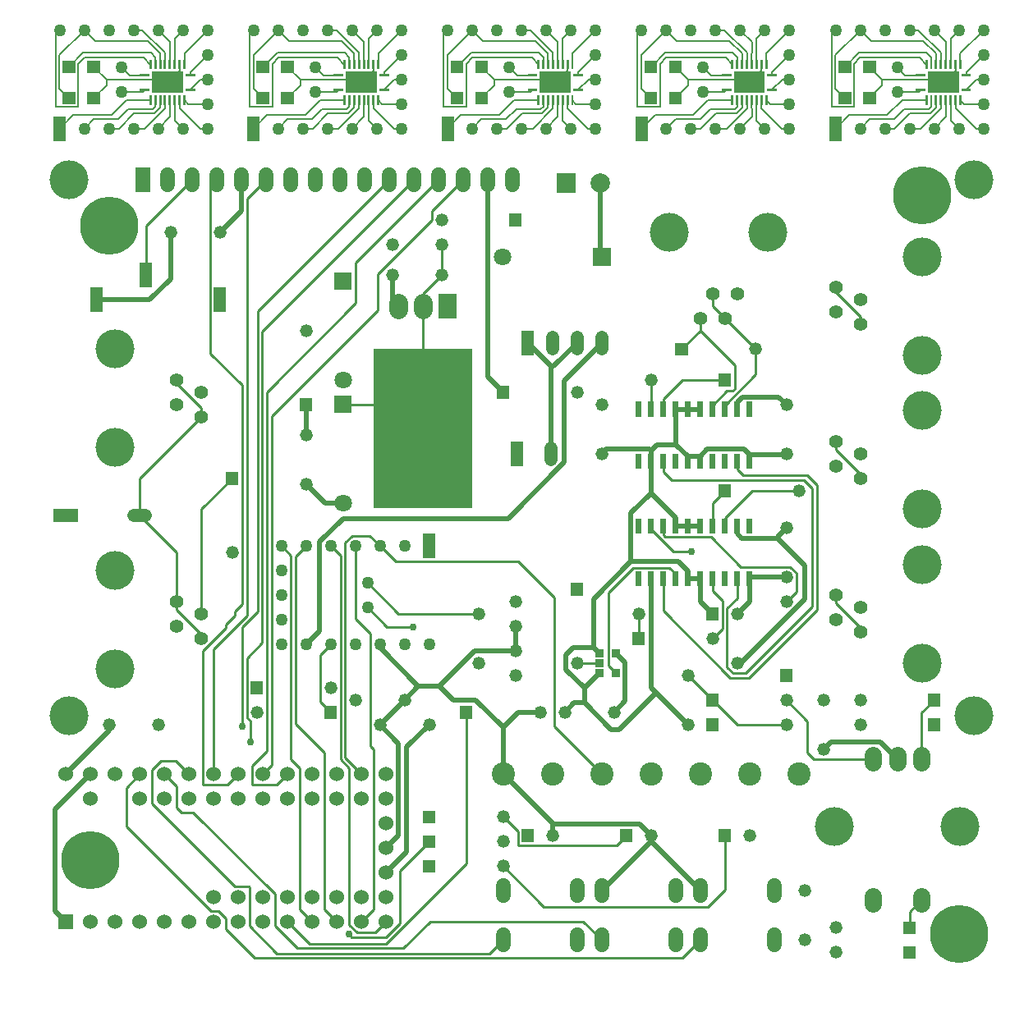
<source format=gtl>
%FSLAX24Y24*%
%MOIN*%
%ADD10C,0.0080*%
%ADD11C,0.0090*%
%ADD12C,0.0200*%
%ADD13C,0.0300*%
%ADD14C,0.0500*%
%ADD15C,0.0520*%
%ADD16C,0.0551*%
%ADD17C,0.0591*%
%ADD18C,0.0600*%
%ADD19C,0.0700*%
%ADD20C,0.0709*%
%ADD21C,0.0750*%
%ADD22C,0.0787*%
%ADD23C,0.0945*%
%ADD24C,0.1575*%
%ADD25C,0.2362*%
D10*
G01X1375Y35708D02*
X994Y36089D01*
X994Y37452D01*
X2000Y38458D01*
X5080Y37061D02*
X5080Y37509D01*
X4565Y38024D01*
X2434Y38024D01*
X2000Y38458D01*
X7000Y37458D02*
X6300Y36758D01*
X6300Y36628D01*
X4686Y35604D02*
X3705Y35604D01*
X3099Y34998D01*
X1540Y34998D01*
X1000Y34458D01*
X2897Y36436D02*
X2375Y36958D01*
X5375Y36436D02*
X2897Y36436D01*
X2897Y36230D01*
X2375Y35708D01*
X5867Y37061D02*
X5867Y36825D01*
X5478Y36436D01*
X5375Y36436D01*
X5375Y36333D02*
X5375Y36436D01*
X2000Y34458D02*
X2379Y34837D01*
X3379Y34837D01*
X3781Y35239D01*
X4776Y35239D01*
X4883Y35346D01*
X4883Y35604D01*
X5000Y34458D02*
X5474Y34931D01*
X5473Y35604D01*
X5000Y38458D02*
X5474Y37984D01*
X5473Y37061D01*
X7000Y38458D02*
X6064Y37522D01*
X6064Y37061D01*
X4000Y34458D02*
X4450Y34458D01*
X5277Y35284D01*
X5277Y35604D01*
X1000Y38458D02*
X833Y38291D01*
X833Y35359D01*
X856Y35337D01*
X1733Y35337D01*
X1756Y35359D01*
X1756Y37094D01*
X1996Y37333D01*
X4414Y37333D01*
X4686Y37061D01*
X3000Y34458D02*
X3398Y34458D01*
X4019Y35078D01*
X4843Y35078D01*
X5080Y35315D01*
X5080Y35604D01*
X6000Y34458D02*
X5670Y34787D01*
X5670Y35604D01*
X3500Y35958D02*
X4370Y35958D01*
X4450Y36037D01*
X5277Y37061D02*
X5277Y37540D01*
X4359Y38458D01*
X4000Y38458D01*
X6000Y38458D02*
X5670Y38128D01*
X5670Y37061D01*
X4883Y37061D02*
X4883Y37356D01*
X4699Y37540D01*
X1957Y37540D01*
X1375Y36958D01*
X7000Y35458D02*
X6211Y35458D01*
X6064Y35604D01*
X3500Y36958D02*
X3830Y36628D01*
X4450Y36628D01*
X7000Y34458D02*
X6701Y34458D01*
X5867Y35291D01*
X5867Y35604D01*
X7000Y36458D02*
X7000Y36458D01*
X6720Y36457D01*
X6300Y36037D01*
X9249Y35708D02*
X8868Y36089D01*
X8868Y37452D01*
X9874Y38458D01*
X12954Y37061D02*
X12954Y37509D01*
X12439Y38024D01*
X10308Y38024D01*
X9874Y38458D01*
X14874Y37458D02*
X14174Y36758D01*
X14174Y36628D01*
X12560Y35604D02*
X11579Y35604D01*
X10973Y34998D01*
X9414Y34998D01*
X8874Y34458D01*
X10771Y36436D02*
X10249Y36958D01*
X13249Y36436D02*
X10771Y36436D01*
X10771Y36230D01*
X10249Y35708D01*
X13741Y37061D02*
X13741Y36825D01*
X13352Y36436D01*
X13249Y36436D01*
X13249Y36333D02*
X13249Y36436D01*
X9874Y34458D02*
X10253Y34837D01*
X11253Y34837D01*
X11656Y35239D01*
X12650Y35239D01*
X12757Y35346D01*
X12757Y35604D01*
X12874Y34458D02*
X13348Y34931D01*
X13347Y35604D01*
X12874Y38458D02*
X13348Y37984D01*
X13347Y37061D01*
X14874Y38458D02*
X13938Y37522D01*
X13938Y37061D01*
X11874Y34458D02*
X12324Y34458D01*
X13151Y35284D01*
X13151Y35604D01*
X8874Y38458D02*
X8707Y38291D01*
X8707Y35359D01*
X8730Y35337D01*
X9607Y35337D01*
X9630Y35359D01*
X9630Y37094D01*
X9870Y37333D01*
X12288Y37333D01*
X12560Y37061D01*
X10874Y34458D02*
X11272Y34458D01*
X11893Y35078D01*
X12717Y35078D01*
X12954Y35315D01*
X12954Y35604D01*
X13874Y34458D02*
X13544Y34787D01*
X13544Y35604D01*
X11374Y35958D02*
X12244Y35958D01*
X12324Y36037D01*
X13151Y37061D02*
X13151Y37540D01*
X12233Y38458D01*
X11874Y38458D01*
X13874Y38458D02*
X13544Y38128D01*
X13544Y37061D01*
X12757Y37061D02*
X12757Y37356D01*
X12573Y37540D01*
X9831Y37540D01*
X9249Y36958D01*
X14874Y35458D02*
X14085Y35458D01*
X13938Y35604D01*
X11374Y36958D02*
X11704Y36628D01*
X12324Y36628D01*
X14874Y34458D02*
X14575Y34458D01*
X13741Y35291D01*
X13741Y35604D01*
X14874Y36458D02*
X14874Y36458D01*
X14594Y36457D01*
X14174Y36037D01*
X17123Y35708D02*
X16742Y36089D01*
X16742Y37452D01*
X17748Y38458D01*
X20828Y37061D02*
X20828Y37509D01*
X20313Y38024D01*
X18182Y38024D01*
X17748Y38458D01*
X22748Y37458D02*
X22048Y36758D01*
X22048Y36628D01*
X20434Y35604D02*
X19453Y35604D01*
X18847Y34998D01*
X17288Y34998D01*
X16748Y34458D01*
X18645Y36436D02*
X18123Y36958D01*
X21123Y36436D02*
X18645Y36436D01*
X18645Y36230D01*
X18123Y35708D01*
X21615Y37061D02*
X21615Y36825D01*
X21226Y36436D01*
X21123Y36436D01*
X21123Y36333D02*
X21123Y36436D01*
X17748Y34458D02*
X18127Y34837D01*
X19127Y34837D01*
X19530Y35239D01*
X20524Y35239D01*
X20631Y35346D01*
X20631Y35604D01*
X20748Y34458D02*
X21222Y34931D01*
X21221Y35604D01*
X20748Y38458D02*
X21222Y37984D01*
X21221Y37061D01*
X22748Y38458D02*
X21812Y37522D01*
X21812Y37061D01*
X19748Y34458D02*
X20198Y34458D01*
X21025Y35284D01*
X21025Y35604D01*
X16748Y38458D02*
X16581Y38291D01*
X16581Y35359D01*
X16604Y35337D01*
X17481Y35337D01*
X17504Y35359D01*
X17504Y37094D01*
X17744Y37333D01*
X20162Y37333D01*
X20434Y37061D01*
X18748Y34458D02*
X19146Y34458D01*
X19767Y35078D01*
X20591Y35078D01*
X20828Y35315D01*
X20828Y35604D01*
X21748Y34458D02*
X21419Y34787D01*
X21418Y35604D01*
X19248Y35958D02*
X20119Y35958D01*
X20198Y36037D01*
X21025Y37061D02*
X21025Y37540D01*
X20107Y38458D01*
X19748Y38458D01*
X21748Y38458D02*
X21419Y38128D01*
X21418Y37061D01*
X20631Y37061D02*
X20631Y37356D01*
X20447Y37540D01*
X17706Y37540D01*
X17123Y36958D01*
X22748Y35458D02*
X21959Y35458D01*
X21812Y35604D01*
X19248Y36958D02*
X19578Y36628D01*
X20198Y36628D01*
X22748Y34458D02*
X22449Y34458D01*
X21615Y35291D01*
X21615Y35604D01*
X22748Y36458D02*
X22748Y36458D01*
X22469Y36457D01*
X22048Y36037D01*
X24997Y35708D02*
X24616Y36089D01*
X24616Y37452D01*
X25622Y38458D01*
X28702Y37061D02*
X28702Y37509D01*
X28187Y38024D01*
X26056Y38024D01*
X25622Y38458D01*
X30622Y37458D02*
X29922Y36758D01*
X29922Y36628D01*
X28308Y35604D02*
X27327Y35604D01*
X26721Y34998D01*
X25162Y34998D01*
X24622Y34458D01*
X26519Y36436D02*
X25997Y36958D01*
X28997Y36436D02*
X26519Y36436D01*
X26519Y36230D01*
X25997Y35708D01*
X29489Y37061D02*
X29489Y36825D01*
X29100Y36436D01*
X28997Y36436D01*
X28997Y36333D02*
X28997Y36436D01*
X25622Y34458D02*
X26001Y34837D01*
X27001Y34837D01*
X27404Y35239D01*
X28398Y35239D01*
X28505Y35346D01*
X28505Y35604D01*
X28622Y34458D02*
X29096Y34931D01*
X29095Y35604D01*
X28622Y38458D02*
X29096Y37984D01*
X29095Y37061D01*
X30622Y38458D02*
X29686Y37522D01*
X29686Y37061D01*
X27622Y34458D02*
X28072Y34458D01*
X28899Y35284D01*
X28899Y35604D01*
X24622Y38458D02*
X24455Y38291D01*
X24455Y35359D01*
X24478Y35337D01*
X25356Y35337D01*
X25378Y35359D01*
X25378Y37094D01*
X25618Y37333D01*
X28036Y37333D01*
X28308Y37061D01*
X26622Y34458D02*
X27020Y34458D01*
X27641Y35078D01*
X28465Y35078D01*
X28702Y35315D01*
X28702Y35604D01*
X29622Y34458D02*
X29293Y34787D01*
X29292Y35604D01*
X27122Y35958D02*
X27993Y35958D01*
X28072Y36037D01*
X28899Y37061D02*
X28899Y37540D01*
X27981Y38458D01*
X27622Y38458D01*
X29622Y38458D02*
X29293Y38128D01*
X29292Y37061D01*
X28505Y37061D02*
X28505Y37356D01*
X28321Y37540D01*
X25580Y37540D01*
X24997Y36958D01*
X30622Y35458D02*
X29833Y35458D01*
X29686Y35604D01*
X27122Y36958D02*
X27452Y36628D01*
X28072Y36628D01*
X30622Y34458D02*
X30323Y34458D01*
X29489Y35291D01*
X29489Y35604D01*
X30622Y36458D02*
X30622Y36458D01*
X30343Y36457D01*
X29922Y36037D01*
X32871Y35708D02*
X32490Y36089D01*
X32490Y37452D01*
X33496Y38458D01*
X36576Y37061D02*
X36576Y37509D01*
X36061Y38024D01*
X33930Y38024D01*
X33496Y38458D01*
X38496Y37458D02*
X37796Y36758D01*
X37796Y36628D01*
X36182Y35604D02*
X35201Y35604D01*
X34595Y34998D01*
X33036Y34998D01*
X32496Y34458D01*
X34393Y36436D02*
X33871Y36958D01*
X36871Y36436D02*
X34393Y36436D01*
X34393Y36230D01*
X33871Y35708D01*
X37363Y37061D02*
X37363Y36825D01*
X36974Y36436D01*
X36871Y36436D01*
X36871Y36333D02*
X36871Y36436D01*
X33496Y34458D02*
X33875Y34837D01*
X34875Y34837D01*
X35278Y35239D01*
X36272Y35239D01*
X36379Y35346D01*
X36379Y35604D01*
X36496Y34458D02*
X36970Y34931D01*
X36969Y35604D01*
X36496Y38458D02*
X36970Y37984D01*
X36969Y37061D01*
X38496Y38458D02*
X37560Y37522D01*
X37560Y37061D01*
X35496Y34458D02*
X35946Y34458D01*
X36773Y35284D01*
X36773Y35604D01*
X32496Y38458D02*
X32329Y38291D01*
X32329Y35359D01*
X32352Y35337D01*
X33230Y35337D01*
X33252Y35359D01*
X33252Y37094D01*
X33492Y37333D01*
X35910Y37333D01*
X36182Y37061D01*
X34496Y34458D02*
X34894Y34458D01*
X35515Y35078D01*
X36339Y35078D01*
X36576Y35315D01*
X36576Y35604D01*
X37496Y34458D02*
X37167Y34787D01*
X37166Y35604D01*
X34996Y35958D02*
X35867Y35958D01*
X35946Y36037D01*
X36773Y37061D02*
X36773Y37540D01*
X35855Y38458D01*
X35496Y38458D01*
X37496Y38458D02*
X37167Y38128D01*
X37166Y37061D01*
X36379Y37061D02*
X36379Y37356D01*
X36195Y37540D01*
X33454Y37540D01*
X32871Y36958D01*
X38496Y35458D02*
X37707Y35458D01*
X37560Y35604D01*
X34996Y36958D02*
X35326Y36628D01*
X35946Y36628D01*
X38496Y34458D02*
X38197Y34458D01*
X37363Y35291D01*
X37363Y35604D01*
X38496Y36458D02*
X38496Y36458D01*
X38217Y36457D01*
X37796Y36037D01*
D11*
G01X18000Y14750D02*
X14750Y14750D01*
X13500Y16000D01*
X14250Y2250D02*
X13800Y1800D01*
X13072Y1800D01*
X12750Y2122D01*
X12750Y2122D01*
X12750Y8494D01*
X12396Y8848D01*
X12396Y17104D01*
X12000Y17500D01*
X27000Y26250D02*
X27000Y26750D01*
X26250Y25500D02*
X27000Y26250D01*
X27500Y23063D02*
X27500Y23219D01*
X28084Y23803D01*
X28319Y23803D01*
X28396Y23880D01*
X28396Y24854D01*
X27000Y26250D01*
X25000Y23063D02*
X25000Y24250D01*
X35984Y3146D02*
X35500Y2661D01*
X35500Y2000D01*
X30500Y11250D02*
X31354Y10396D01*
X31354Y9108D01*
X31608Y8854D01*
X34016Y8854D01*
X10000Y17500D02*
X10386Y17114D01*
X10386Y8858D01*
X10750Y8494D01*
X10750Y2750D01*
X11250Y2250D01*
X13000Y17500D02*
X13000Y14561D01*
X13604Y13957D01*
X13604Y9391D01*
X13750Y9244D01*
X13750Y2750D01*
X13250Y2250D01*
X27500Y11250D02*
X28500Y10250D01*
X30500Y10250D01*
X26500Y12250D02*
X27500Y11250D01*
X32500Y15500D02*
X32500Y15176D01*
X33500Y14176D01*
X33500Y14000D01*
X25500Y18313D02*
X25500Y17954D01*
X25582Y17872D01*
X27441Y17872D01*
X28658Y16655D01*
X30660Y16655D01*
X30899Y16417D01*
X30899Y15649D01*
X30500Y15250D01*
X25000Y18313D02*
X25000Y18194D01*
X25906Y17288D01*
X26641Y17288D01*
X19000Y1500D02*
X18447Y947D01*
X9823Y947D01*
X8703Y2067D01*
X8703Y3661D01*
X8677Y3686D01*
X8110Y3686D01*
X4750Y7046D01*
X4750Y8423D01*
X5122Y8795D01*
X5705Y8795D01*
X6250Y8250D01*
X19000Y4500D02*
X20639Y2861D01*
X27312Y2861D01*
X28000Y3548D01*
X28000Y5750D01*
X32500Y21750D02*
X32500Y21426D01*
X33500Y20426D01*
X33500Y20250D01*
X27500Y18313D02*
X27500Y19250D01*
X28000Y19750D01*
X4250Y8250D02*
X3696Y7696D01*
X3696Y6127D01*
X7137Y2686D01*
X7430Y2686D01*
X7750Y2367D01*
X7750Y1943D01*
X8927Y766D01*
X26266Y766D01*
X27000Y1500D01*
X6750Y13750D02*
X6750Y13926D01*
X5750Y14926D01*
X5750Y15250D01*
X5750Y17250D01*
X4250Y18750D01*
X5750Y24250D02*
X5750Y24108D01*
X6750Y23108D01*
X6750Y22750D01*
X4250Y20250D01*
X4250Y18750D01*
X15375Y32375D02*
X9214Y26214D01*
X9214Y13570D01*
X8604Y12960D01*
X8604Y10539D01*
X8758Y10386D01*
X8758Y9552D01*
X19000Y6500D02*
X19601Y5899D01*
X19601Y5380D01*
X19626Y5354D01*
X23604Y5354D01*
X24000Y5750D01*
X27500Y13750D02*
X27896Y14146D01*
X27896Y15291D01*
X27500Y15687D01*
X27500Y16187D01*
X7375Y32375D02*
X7104Y32104D01*
X7104Y25324D01*
X8396Y24032D01*
X8396Y15134D01*
X8112Y14850D01*
X8112Y14691D01*
X7748Y14327D01*
X7748Y14166D01*
X6814Y13231D01*
X6814Y7827D01*
X6839Y7801D01*
X7801Y7801D01*
X8250Y8250D01*
X23000Y8250D02*
X21083Y10167D01*
X21083Y15397D01*
X19616Y16864D01*
X14636Y16864D01*
X14000Y17500D01*
X13578Y17922D01*
X12876Y17922D01*
X12595Y17641D01*
X12595Y8905D01*
X13250Y8250D01*
X25500Y20937D02*
X25500Y20521D01*
X25831Y20190D01*
X31209Y20190D01*
X31551Y19848D01*
X31551Y15059D01*
X28833Y12341D01*
X28344Y12341D01*
X28091Y12594D01*
X28091Y14982D01*
X28500Y15392D01*
X28500Y16187D01*
X27500Y27750D02*
X27500Y27250D01*
X28000Y26750D01*
X29250Y25500D02*
X29250Y24478D01*
X28000Y23228D01*
X28000Y23063D01*
X29250Y25500D02*
X28000Y26750D01*
X16000Y5500D02*
X14800Y4300D01*
X14800Y2166D01*
X14254Y1619D01*
X12848Y1619D01*
X12734Y1734D01*
X12000Y10750D02*
X11577Y11173D01*
X11577Y13077D01*
X12000Y13500D01*
X17500Y10750D02*
X17500Y4609D01*
X14239Y1348D01*
X11152Y1348D01*
X10250Y2250D01*
X23585Y12350D02*
X23274Y12661D01*
X23274Y15624D01*
X24278Y16628D01*
X25754Y16628D01*
X26000Y16383D01*
X26000Y16187D01*
X6750Y14750D02*
X6750Y19000D01*
X8000Y20250D01*
X23000Y1500D02*
X22250Y2250D01*
X16035Y2250D01*
X14952Y1167D01*
X10649Y1167D01*
X9750Y2066D01*
X9750Y3370D01*
X6426Y6694D01*
X5952Y6694D01*
X5750Y6895D01*
X5750Y7750D01*
X5250Y8250D01*
X25500Y16187D02*
X25500Y14871D01*
X28211Y12160D01*
X28989Y12160D01*
X31732Y14903D01*
X31732Y19992D01*
X31353Y20371D01*
X28746Y20371D01*
X28500Y20617D01*
X28500Y20937D01*
X16375Y32375D02*
X13019Y29019D01*
X13019Y27369D01*
X9411Y23761D01*
X9411Y9179D01*
X8801Y8569D01*
X8801Y7839D01*
X8827Y7814D01*
X9814Y7814D01*
X10250Y8250D01*
X6375Y32375D02*
X4500Y30500D01*
X4500Y28500D01*
X24500Y14750D02*
X24500Y13750D01*
X25500Y23063D02*
X25500Y23479D01*
X26271Y24250D01*
X28000Y24250D01*
X33500Y26500D02*
X33500Y26824D01*
X32500Y27824D01*
X32500Y28000D01*
X17375Y32375D02*
X16104Y31104D01*
X16104Y30744D01*
X13914Y28554D01*
X13914Y27069D01*
X9614Y22769D01*
X9614Y8614D01*
X9250Y8250D01*
X28000Y18313D02*
X28000Y18654D01*
X29096Y19750D01*
X31000Y19750D01*
X9375Y32375D02*
X8620Y31620D01*
X8620Y14688D01*
X7250Y13318D01*
X7250Y8250D01*
X15356Y14228D02*
X14272Y14228D01*
X13500Y15000D01*
X36500Y11250D02*
X35984Y10734D01*
X35984Y8854D01*
X14375Y32375D02*
X9033Y27033D01*
X9033Y14844D01*
X8409Y14220D01*
X8409Y10194D01*
X8427Y10176D01*
X11000Y17500D02*
X10567Y17067D01*
X10567Y10296D01*
X11750Y9113D01*
X11750Y2750D01*
X12250Y2250D01*
X22000Y12750D02*
X22915Y12750D01*
X15750Y27250D02*
X15750Y27750D01*
X16500Y28500D01*
X16500Y29750D01*
X15750Y20250D02*
X15750Y23250D01*
X12500Y23262D01*
X15750Y23250D02*
X15750Y27250D01*
D12*
G01X12500Y19237D02*
X11763Y19237D01*
X11000Y20000D01*
X28500Y14750D02*
X29000Y15250D01*
X29000Y16187D01*
X27000Y16187D02*
X27000Y15250D01*
X27500Y14750D01*
X27000Y16187D02*
X26500Y16187D01*
X26000Y18313D02*
X26500Y18313D01*
X25000Y19648D02*
X26000Y18648D01*
X26000Y18313D01*
X21000Y6201D02*
X21000Y5750D01*
X19000Y8250D02*
X21000Y6250D01*
X21000Y6201D01*
X25000Y5750D02*
X24549Y6201D01*
X21000Y6201D01*
X25000Y5500D02*
X25000Y5750D01*
X22299Y11134D02*
X22299Y11734D01*
X25205Y11545D02*
X23712Y10053D01*
X23380Y10053D01*
X22299Y11134D01*
X21500Y10750D02*
X21884Y11134D01*
X22299Y11134D01*
X26500Y10250D02*
X25205Y11545D01*
X25000Y11750D01*
X25000Y16187D01*
X19000Y10144D02*
X19000Y8250D01*
X15560Y11810D02*
X15000Y11250D01*
X16419Y11810D02*
X15560Y11810D01*
X14000Y13500D02*
X14000Y13370D01*
X15560Y11810D01*
X16419Y11810D02*
X16978Y11251D01*
X17893Y11251D01*
X19000Y10144D01*
X19500Y13250D02*
X17859Y13250D01*
X16419Y11810D01*
X20500Y10750D02*
X19606Y10750D01*
X19000Y10144D01*
X19500Y14250D02*
X19500Y13250D01*
X15000Y11250D02*
X14000Y10250D01*
X7500Y30250D02*
X8375Y31125D01*
X8375Y32375D01*
X1250Y2250D02*
X821Y2679D01*
X821Y6821D01*
X2250Y8250D01*
X27000Y23063D02*
X26500Y23063D01*
X26000Y23063D01*
X23000Y3500D02*
X25000Y5500D01*
X27000Y21141D02*
X27000Y20937D01*
X26500Y21141D02*
X26500Y20937D01*
X26500Y21141D02*
X27000Y21141D01*
X22675Y13390D02*
X22915Y13150D01*
X27000Y3500D02*
X25000Y5500D01*
X32000Y9250D02*
X32306Y9556D01*
X34298Y9556D01*
X35000Y8854D01*
X26500Y18313D02*
X27000Y18313D01*
X29000Y21223D02*
X30473Y21223D01*
X30500Y21250D01*
X29000Y20937D02*
X29000Y21223D01*
X28789Y21433D01*
X27292Y21433D01*
X27000Y21141D01*
X30500Y16250D02*
X29063Y16250D01*
X29000Y16187D01*
X14000Y10250D02*
X14759Y9491D01*
X14759Y5759D01*
X14250Y5250D01*
X20939Y24811D02*
X21061Y24811D01*
X22000Y25750D01*
X20939Y21250D02*
X20939Y24811D01*
X20000Y25750D01*
X22915Y12350D02*
X22299Y11734D01*
X21545Y12489D01*
X21545Y13077D01*
X21857Y13390D01*
X22675Y13390D01*
X24191Y16876D02*
X22675Y15359D01*
X22675Y13390D01*
X24191Y16876D02*
X24191Y18838D01*
X25000Y19648D01*
X26500Y16187D02*
X26500Y16489D01*
X26113Y16876D01*
X24191Y16876D01*
X25000Y19648D02*
X25000Y20937D01*
X26000Y23063D02*
X26000Y21627D01*
X26014Y21627D01*
X26500Y21141D01*
X23000Y21250D02*
X23183Y21433D01*
X24942Y21433D01*
X25000Y21376D01*
X25000Y20937D02*
X25000Y21376D01*
X25252Y21627D01*
X26000Y21627D01*
X14750Y27250D02*
X14500Y27500D01*
X14500Y28500D01*
X23500Y10750D02*
X23952Y11202D01*
X23952Y12783D01*
X23585Y13150D01*
X18375Y32375D02*
X18376Y24374D01*
X19000Y23750D01*
X28500Y23063D02*
X28500Y23335D01*
X28724Y23559D01*
X30191Y23559D01*
X30500Y23250D01*
X1250Y8250D02*
X3000Y10000D01*
X3000Y10250D01*
X11000Y23250D02*
X11000Y22000D01*
X2500Y27500D02*
X4659Y27500D01*
X5500Y28341D01*
X5500Y30250D01*
X30500Y18250D02*
X30146Y17896D01*
X30146Y17817D01*
X28691Y17817D01*
X28500Y18007D01*
X28500Y18313D01*
X30146Y17817D02*
X31241Y16722D01*
X31241Y15352D01*
X28639Y12750D01*
X28500Y12750D01*
X14250Y4250D02*
X15095Y5095D01*
X15095Y9345D01*
X16000Y10250D01*
X23012Y29250D02*
X22939Y29324D01*
X22939Y32250D01*
X23000Y25750D02*
X21470Y24220D01*
X21470Y20903D01*
X19196Y18629D01*
X12505Y18629D01*
X11559Y17683D01*
X11559Y14059D01*
X11000Y13500D01*
D13*
G01X26641Y17288D03*
X8758Y9552D03*
X12734Y1734D03*
X15356Y14228D03*
X8427Y10176D03*
D14*
G01X11000Y17500D03*
X10000Y17500D03*
X10000Y14500D03*
X14000Y17500D03*
X15000Y17500D03*
X14000Y13500D03*
X13500Y16000D03*
X12000Y13500D03*
X10000Y13500D03*
X10000Y15500D03*
X13000Y13500D03*
X12000Y17500D03*
X15000Y13500D03*
X13000Y17500D03*
X16000Y13500D03*
X13500Y15000D03*
X10000Y16500D03*
X11000Y13500D03*
X5000Y38458D03*
X2000Y34458D03*
X6000Y38458D03*
X6000Y34458D03*
X7000Y34458D03*
X2000Y38458D03*
X1000Y38458D03*
X7000Y37458D03*
X4000Y38458D03*
X3500Y35958D03*
X3500Y36958D03*
X7000Y35458D03*
X5000Y34458D03*
X7000Y36458D03*
X7000Y38458D03*
X3000Y34458D03*
X4000Y34458D03*
X3000Y38458D03*
X12874Y38458D03*
X9874Y34458D03*
X13874Y38458D03*
X13874Y34458D03*
X14874Y34458D03*
X9874Y38458D03*
X8874Y38458D03*
X14874Y37458D03*
X11874Y38458D03*
X11374Y35958D03*
X11374Y36958D03*
X14874Y35458D03*
X12874Y34458D03*
X14874Y36458D03*
X14874Y38458D03*
X10874Y34458D03*
X11874Y34458D03*
X10874Y38458D03*
X20748Y38458D03*
X17748Y34458D03*
X21748Y38458D03*
X21748Y34458D03*
X22748Y34458D03*
X17748Y38458D03*
X16748Y38458D03*
X22748Y37458D03*
X19748Y38458D03*
X19248Y35958D03*
X19248Y36958D03*
X22748Y35458D03*
X20748Y34458D03*
X22748Y36458D03*
X22748Y38458D03*
X18748Y34458D03*
X19748Y34458D03*
X18748Y38458D03*
X28622Y38458D03*
X25622Y34458D03*
X29622Y38458D03*
X29622Y34458D03*
X30622Y34458D03*
X25622Y38458D03*
X24622Y38458D03*
X30622Y37458D03*
X27622Y38458D03*
X27122Y35958D03*
X27122Y36958D03*
X30622Y35458D03*
X28622Y34458D03*
X30622Y36458D03*
X30622Y38458D03*
X26622Y34458D03*
X27622Y34458D03*
X26622Y38458D03*
X36496Y38458D03*
X33496Y34458D03*
X37496Y38458D03*
X37496Y34458D03*
X38496Y34458D03*
X33496Y38458D03*
X32496Y38458D03*
X38496Y37458D03*
X35496Y38458D03*
X34996Y35958D03*
X34996Y36958D03*
X38496Y35458D03*
X36496Y34458D03*
X38496Y36458D03*
X38496Y38458D03*
X34496Y34458D03*
X35496Y34458D03*
X34496Y38458D03*
D15*
G01X5500Y30250D03*
X7500Y30250D03*
X23500Y10750D03*
X21500Y10750D03*
X30500Y15250D03*
X3000Y10250D03*
X5000Y10250D03*
X28500Y12750D03*
X28500Y14750D03*
X14500Y29750D03*
X16500Y29750D03*
X30500Y23250D03*
X30500Y21250D03*
X11000Y22000D03*
X11000Y20000D03*
X23000Y23250D03*
X23000Y21250D03*
X30500Y18250D03*
X30500Y16250D03*
X29250Y25500D03*
X25000Y24250D03*
X31000Y19750D03*
X14500Y28500D03*
X16500Y28500D03*
X11000Y26250D03*
X16500Y30750D03*
X4490Y18750D02*
X4010Y18750D01*
X8000Y17250D03*
X27500Y13750D03*
X24500Y14750D03*
X19500Y13250D03*
X19500Y12250D03*
X19500Y14250D03*
X19500Y15250D03*
X18000Y14750D03*
X18000Y12750D03*
X16000Y10250D03*
X14000Y10250D03*
X22000Y12750D03*
X20500Y10750D03*
X9000Y10750D03*
X12000Y11750D03*
X13000Y11250D03*
X15000Y11250D03*
X21000Y25990D02*
X21000Y25510D01*
X22000Y25990D02*
X22000Y25510D01*
X23000Y25990D02*
X23000Y25510D01*
X22000Y23750D03*
X20939Y21010D02*
X20939Y21490D01*
X29000Y5750D03*
X25000Y5750D03*
X21000Y5750D03*
X19000Y5500D03*
X19000Y6500D03*
X19000Y4500D03*
X32500Y2000D03*
X32500Y1000D03*
X31250Y1500D03*
X31250Y3500D03*
X33500Y11250D03*
X33500Y10250D03*
X32000Y9250D03*
X32000Y11250D03*
X30500Y10250D03*
X30500Y11250D03*
X26500Y10250D03*
X26500Y12250D03*
D16*
G01X33500Y14000D03*
X32500Y15500D03*
X33500Y15000D03*
X32500Y14500D03*
X33500Y20250D03*
X32500Y21750D03*
X33500Y21250D03*
X32500Y20750D03*
X33500Y26500D03*
X32500Y28000D03*
X33500Y27500D03*
X32500Y27000D03*
X28500Y27750D03*
X27000Y26750D03*
X27500Y27750D03*
X28000Y26750D03*
X5750Y24250D03*
X6750Y22750D03*
X5750Y23250D03*
X6750Y23750D03*
X5750Y15250D03*
X6750Y13750D03*
X5750Y14250D03*
X6750Y14750D03*
D17*
G01X14375Y32580D02*
X14375Y32170D01*
X7375Y32580D02*
X7375Y32170D01*
X15375Y32580D02*
X15375Y32170D01*
X10375Y32580D02*
X10375Y32170D01*
X13375Y32580D02*
X13375Y32170D01*
X18375Y32580D02*
X18375Y32170D01*
X11375Y32580D02*
X11375Y32170D01*
X8375Y32580D02*
X8375Y32170D01*
X19375Y32580D02*
X19375Y32170D01*
X6375Y32580D02*
X6375Y32170D01*
X12375Y32580D02*
X12375Y32170D01*
X9375Y32580D02*
X9375Y32170D01*
X16375Y32580D02*
X16375Y32170D01*
X17375Y32580D02*
X17375Y32170D01*
X5375Y32580D02*
X5375Y32170D01*
D18*
G01X13250Y8250D03*
X5250Y8250D03*
X11250Y7250D03*
X13250Y7250D03*
X7250Y7250D03*
X8250Y2250D03*
X14250Y2250D03*
X7250Y2250D03*
X9250Y7250D03*
X4250Y8250D03*
X7250Y3250D03*
X10250Y2250D03*
X6250Y8250D03*
X8250Y3250D03*
X12250Y3250D03*
X9250Y2250D03*
X9250Y3250D03*
X10250Y7250D03*
X12250Y8250D03*
X13250Y2250D03*
X14250Y8250D03*
X6250Y7250D03*
X10250Y3250D03*
X8250Y7250D03*
X9250Y8250D03*
X3250Y8250D03*
X11250Y2250D03*
X4250Y2250D03*
X12250Y2250D03*
X14250Y7250D03*
X14250Y3250D03*
X13250Y3250D03*
X7250Y8250D03*
X8250Y8250D03*
X4250Y7250D03*
X14250Y5250D03*
X11250Y3250D03*
X3250Y2250D03*
X5250Y7250D03*
X1250Y8250D03*
X14250Y6250D03*
X2250Y8250D03*
X12250Y7250D03*
X6250Y2250D03*
X11250Y8250D03*
X5250Y2250D03*
X14250Y4250D03*
X2250Y2250D03*
X2250Y7250D03*
X10250Y8250D03*
X22000Y3700D02*
X22000Y3300D01*
X22000Y1700D02*
X22000Y1300D01*
X19000Y1700D02*
X19000Y1300D01*
X19000Y3700D02*
X19000Y3300D01*
X26000Y3700D02*
X26000Y3300D01*
X26000Y1700D02*
X26000Y1300D01*
X23000Y1700D02*
X23000Y1300D01*
X23000Y3700D02*
X23000Y3300D01*
X30000Y3700D02*
X30000Y3300D01*
X30000Y1700D02*
X30000Y1300D01*
X27000Y1700D02*
X27000Y1300D01*
X27000Y3700D02*
X27000Y3300D01*
D19*
G01X35000Y9004D02*
X35000Y8704D01*
X35984Y3296D02*
X35984Y2996D01*
X34016Y3296D02*
X34016Y2996D01*
X35984Y9004D02*
X35984Y8704D01*
X34016Y9004D02*
X34016Y8704D01*
D20*
G01X18987Y29250D03*
X12500Y24237D03*
X12500Y19237D03*
D21*
G01X14750Y27125D02*
X14750Y27375D01*
X15750Y27125D02*
X15750Y27375D01*
D22*
G01X22939Y32250D03*
D23*
G01X31000Y8250D03*
X19000Y8250D03*
X29000Y8250D03*
X21000Y8250D03*
X27000Y8250D03*
X25000Y8250D03*
X23000Y8250D03*
D24*
G01X36000Y16750D03*
X36000Y12750D03*
X36000Y23000D03*
X36000Y19000D03*
X36000Y29250D03*
X36000Y25250D03*
X25750Y30250D03*
X29750Y30250D03*
X1375Y32375D03*
X1375Y10625D03*
X38125Y10625D03*
X38125Y32375D03*
X3250Y21500D03*
X3250Y25500D03*
X3250Y12500D03*
X3250Y16500D03*
X32441Y6098D03*
X37559Y6098D03*
D25*
G01X37500Y1750D03*
X36000Y31750D03*
X3000Y30500D03*
X2250Y4750D03*
G36*
X22657Y28895D02*
X23366Y28895D01*
X23366Y29604D01*
X22657Y29604D01*
X22657Y28895D01*
G37*
G36*
X30240Y12510D02*
X30240Y11990D01*
X30760Y11990D01*
X30760Y12510D01*
X30240Y12510D01*
G37*
G36*
X21954Y32643D02*
X21167Y32643D01*
X21167Y31856D01*
X21954Y31856D01*
X21954Y32643D01*
G37*
G36*
X16375Y26750D02*
X17125Y26750D01*
X17125Y27750D01*
X16375Y27750D01*
X16375Y26750D01*
G37*
G36*
X13750Y21000D02*
X17750Y21000D01*
X17750Y25500D01*
X13750Y25500D01*
X13750Y21000D01*
G37*
G36*
X13750Y19050D02*
X17750Y19050D01*
X17750Y21450D01*
X13750Y21450D01*
X13750Y19050D01*
G37*
G36*
X26510Y25760D02*
X25990Y25760D01*
X25990Y25240D01*
X26510Y25240D01*
X26510Y25760D01*
G37*
G36*
X27740Y23990D02*
X28260Y23990D01*
X28260Y24510D01*
X27740Y24510D01*
X27740Y23990D01*
G37*
G36*
X28260Y20010D02*
X27740Y20010D01*
X27740Y19490D01*
X28260Y19490D01*
X28260Y20010D01*
G37*
G36*
X29118Y16492D02*
X28882Y16492D01*
X28882Y15882D01*
X29118Y15882D01*
X29118Y16492D01*
G37*
G36*
X27118Y18618D02*
X26882Y18618D01*
X26882Y18008D01*
X27118Y18008D01*
X27118Y18618D01*
G37*
G36*
X24618Y16492D02*
X24382Y16492D01*
X24382Y15882D01*
X24618Y15882D01*
X24618Y16492D01*
G37*
G36*
X25118Y16492D02*
X24882Y16492D01*
X24882Y15882D01*
X25118Y15882D01*
X25118Y16492D01*
G37*
G36*
X28118Y16492D02*
X27882Y16492D01*
X27882Y15882D01*
X28118Y15882D01*
X28118Y16492D01*
G37*
G36*
X27118Y16492D02*
X26882Y16492D01*
X26882Y15882D01*
X27118Y15882D01*
X27118Y16492D01*
G37*
G36*
X27618Y16492D02*
X27382Y16492D01*
X27382Y15882D01*
X27618Y15882D01*
X27618Y16492D01*
G37*
G36*
X25618Y18618D02*
X25382Y18618D01*
X25382Y18008D01*
X25618Y18008D01*
X25618Y18618D01*
G37*
G36*
X27618Y18618D02*
X27382Y18618D01*
X27382Y18008D01*
X27618Y18008D01*
X27618Y18618D01*
G37*
G36*
X28618Y16492D02*
X28382Y16492D01*
X28382Y15882D01*
X28618Y15882D01*
X28618Y16492D01*
G37*
G36*
X26118Y16492D02*
X25882Y16492D01*
X25882Y15882D01*
X26118Y15882D01*
X26118Y16492D01*
G37*
G36*
X28118Y18618D02*
X27882Y18618D01*
X27882Y18008D01*
X28118Y18008D01*
X28118Y18618D01*
G37*
G36*
X25618Y16492D02*
X25382Y16492D01*
X25382Y15882D01*
X25618Y15882D01*
X25618Y16492D01*
G37*
G36*
X28618Y18618D02*
X28382Y18618D01*
X28382Y18008D01*
X28618Y18008D01*
X28618Y18618D01*
G37*
G36*
X29118Y18618D02*
X28882Y18618D01*
X28882Y18008D01*
X29118Y18008D01*
X29118Y18618D01*
G37*
G36*
X26618Y16492D02*
X26382Y16492D01*
X26382Y15882D01*
X26618Y15882D01*
X26618Y16492D01*
G37*
G36*
X26118Y18618D02*
X25882Y18618D01*
X25882Y18008D01*
X26118Y18008D01*
X26118Y18618D01*
G37*
G36*
X26618Y18618D02*
X26382Y18618D01*
X26382Y18008D01*
X26618Y18008D01*
X26618Y18618D01*
G37*
G36*
X25118Y18618D02*
X24882Y18618D01*
X24882Y18008D01*
X25118Y18008D01*
X25118Y18618D01*
G37*
G36*
X24618Y18618D02*
X24382Y18618D01*
X24382Y18008D01*
X24618Y18008D01*
X24618Y18618D01*
G37*
G36*
X29118Y21242D02*
X28882Y21242D01*
X28882Y20632D01*
X29118Y20632D01*
X29118Y21242D01*
G37*
G36*
X27118Y23368D02*
X26882Y23368D01*
X26882Y22758D01*
X27118Y22758D01*
X27118Y23368D01*
G37*
G36*
X24618Y21242D02*
X24382Y21242D01*
X24382Y20632D01*
X24618Y20632D01*
X24618Y21242D01*
G37*
G36*
X25118Y21242D02*
X24882Y21242D01*
X24882Y20632D01*
X25118Y20632D01*
X25118Y21242D01*
G37*
G36*
X28118Y21242D02*
X27882Y21242D01*
X27882Y20632D01*
X28118Y20632D01*
X28118Y21242D01*
G37*
G36*
X27118Y21242D02*
X26882Y21242D01*
X26882Y20632D01*
X27118Y20632D01*
X27118Y21242D01*
G37*
G36*
X27618Y21242D02*
X27382Y21242D01*
X27382Y20632D01*
X27618Y20632D01*
X27618Y21242D01*
G37*
G36*
X25618Y23368D02*
X25382Y23368D01*
X25382Y22758D01*
X25618Y22758D01*
X25618Y23368D01*
G37*
G36*
X27618Y23368D02*
X27382Y23368D01*
X27382Y22758D01*
X27618Y22758D01*
X27618Y23368D01*
G37*
G36*
X28618Y21242D02*
X28382Y21242D01*
X28382Y20632D01*
X28618Y20632D01*
X28618Y21242D01*
G37*
G36*
X26118Y21242D02*
X25882Y21242D01*
X25882Y20632D01*
X26118Y20632D01*
X26118Y21242D01*
G37*
G36*
X28118Y23368D02*
X27882Y23368D01*
X27882Y22758D01*
X28118Y22758D01*
X28118Y23368D01*
G37*
G36*
X25618Y21242D02*
X25382Y21242D01*
X25382Y20632D01*
X25618Y20632D01*
X25618Y21242D01*
G37*
G36*
X28618Y23368D02*
X28382Y23368D01*
X28382Y22758D01*
X28618Y22758D01*
X28618Y23368D01*
G37*
G36*
X29118Y23368D02*
X28882Y23368D01*
X28882Y22758D01*
X29118Y22758D01*
X29118Y23368D01*
G37*
G36*
X26618Y21242D02*
X26382Y21242D01*
X26382Y20632D01*
X26618Y20632D01*
X26618Y21242D01*
G37*
G36*
X26118Y23368D02*
X25882Y23368D01*
X25882Y22758D01*
X26118Y22758D01*
X26118Y23368D01*
G37*
G36*
X26618Y23368D02*
X26382Y23368D01*
X26382Y22758D01*
X26618Y22758D01*
X26618Y23368D01*
G37*
G36*
X25118Y23368D02*
X24882Y23368D01*
X24882Y22758D01*
X25118Y22758D01*
X25118Y23368D01*
G37*
G36*
X24618Y23368D02*
X24382Y23368D01*
X24382Y22758D01*
X24618Y22758D01*
X24618Y23368D01*
G37*
G36*
X1550Y2550D02*
X950Y2550D01*
X950Y1950D01*
X1550Y1950D01*
X1550Y2550D01*
G37*
G36*
X12854Y27907D02*
X12854Y28616D01*
X12145Y28616D01*
X12145Y27907D01*
X12854Y27907D01*
G37*
G36*
X12854Y22907D02*
X12854Y23616D01*
X12145Y23616D01*
X12145Y22907D01*
X12854Y22907D01*
G37*
G36*
X10740Y23510D02*
X10740Y22990D01*
X11260Y22990D01*
X11260Y23510D01*
X10740Y23510D01*
G37*
G36*
X4670Y32875D02*
X4079Y32875D01*
X4079Y31875D01*
X4670Y31875D01*
X4670Y32875D01*
G37*
G36*
X4240Y28000D02*
X4760Y28000D01*
X4760Y29000D01*
X4240Y29000D01*
X4240Y28000D01*
G37*
G36*
X2240Y27000D02*
X2760Y27000D01*
X2760Y28000D01*
X2240Y28000D01*
X2240Y27000D01*
G37*
G36*
X7240Y27000D02*
X7760Y27000D01*
X7760Y28000D01*
X7240Y28000D01*
X7240Y27000D01*
G37*
G36*
X19240Y30490D02*
X19760Y30490D01*
X19760Y31010D01*
X19240Y31010D01*
X19240Y30490D01*
G37*
G36*
X1750Y18490D02*
X1750Y19010D01*
X750Y19010D01*
X750Y18490D01*
X1750Y18490D01*
G37*
G36*
X8260Y19990D02*
X8260Y20510D01*
X7740Y20510D01*
X7740Y19990D01*
X8260Y19990D01*
G37*
G36*
X15750Y17000D02*
X16250Y17000D01*
X16250Y18000D01*
X15750Y18000D01*
X15750Y17000D01*
G37*
G36*
X23090Y13305D02*
X22740Y13305D01*
X22740Y12995D01*
X23090Y12995D01*
X23090Y13305D01*
G37*
G36*
X23760Y13305D02*
X23410Y13305D01*
X23410Y12995D01*
X23760Y12995D01*
X23760Y13305D01*
G37*
G36*
X23760Y12505D02*
X23410Y12505D01*
X23410Y12195D01*
X23760Y12195D01*
X23760Y12505D01*
G37*
G36*
X23090Y12905D02*
X22740Y12905D01*
X22740Y12595D01*
X23090Y12595D01*
X23090Y12905D01*
G37*
G36*
X23090Y12505D02*
X22740Y12505D01*
X22740Y12195D01*
X23090Y12195D01*
X23090Y12505D01*
G37*
G36*
X24760Y14010D02*
X24240Y14010D01*
X24240Y13490D01*
X24760Y13490D01*
X24760Y14010D01*
G37*
G36*
X27240Y14490D02*
X27760Y14490D01*
X27760Y15010D01*
X27240Y15010D01*
X27240Y14490D01*
G37*
G36*
X22260Y15490D02*
X22260Y16010D01*
X21740Y16010D01*
X21740Y15490D01*
X22260Y15490D01*
G37*
G36*
X17760Y11010D02*
X17240Y11010D01*
X17240Y10490D01*
X17760Y10490D01*
X17760Y11010D01*
G37*
G36*
X11740Y10490D02*
X12260Y10490D01*
X12260Y11010D01*
X11740Y11010D01*
X11740Y10490D01*
G37*
G36*
X9260Y12010D02*
X8740Y12010D01*
X8740Y11490D01*
X9260Y11490D01*
X9260Y12010D01*
G37*
G36*
X20260Y26250D02*
X19740Y26250D01*
X19740Y25250D01*
X20260Y25250D01*
X20260Y26250D01*
G37*
G36*
X19260Y24010D02*
X18740Y24010D01*
X18740Y23490D01*
X19260Y23490D01*
X19260Y24010D01*
G37*
G36*
X19301Y20750D02*
X19821Y20750D01*
X19821Y21750D01*
X19301Y21750D01*
X19301Y20750D01*
G37*
G36*
X28260Y6010D02*
X27740Y6010D01*
X27740Y5490D01*
X28260Y5490D01*
X28260Y6010D01*
G37*
G36*
X24260Y6010D02*
X23740Y6010D01*
X23740Y5490D01*
X24260Y5490D01*
X24260Y6010D01*
G37*
G36*
X20260Y6010D02*
X19740Y6010D01*
X19740Y5490D01*
X20260Y5490D01*
X20260Y6010D01*
G37*
G36*
X16260Y5760D02*
X15740Y5760D01*
X15740Y5240D01*
X16260Y5240D01*
X16260Y5760D01*
G37*
G36*
X16260Y6760D02*
X15740Y6760D01*
X15740Y6240D01*
X16260Y6240D01*
X16260Y6760D01*
G37*
G36*
X16260Y4760D02*
X15740Y4760D01*
X15740Y4240D01*
X16260Y4240D01*
X16260Y4760D01*
G37*
G36*
X35240Y1740D02*
X35760Y1740D01*
X35760Y2260D01*
X35240Y2260D01*
X35240Y1740D01*
G37*
G36*
X35240Y740D02*
X35760Y740D01*
X35760Y1260D01*
X35240Y1260D01*
X35240Y740D01*
G37*
G36*
X36240Y10990D02*
X36760Y10990D01*
X36760Y11510D01*
X36240Y11510D01*
X36240Y10990D01*
G37*
G36*
X36240Y9990D02*
X36760Y9990D01*
X36760Y10510D01*
X36240Y10510D01*
X36240Y9990D01*
G37*
G36*
X27760Y10510D02*
X27240Y10510D01*
X27240Y9990D01*
X27760Y9990D01*
X27760Y10510D01*
G37*
G36*
X27760Y11510D02*
X27240Y11510D01*
X27240Y10990D01*
X27760Y10990D01*
X27760Y11510D01*
G37*
G36*
X4834Y37258D02*
X4834Y36864D01*
X4932Y36864D01*
X4932Y37258D01*
X4834Y37258D01*
G37*
G36*
X5424Y37258D02*
X5424Y36864D01*
X5522Y36864D01*
X5522Y37258D01*
X5424Y37258D01*
G37*
G36*
X6015Y35801D02*
X6015Y35407D01*
X6113Y35407D01*
X6113Y35801D01*
X6015Y35801D01*
G37*
G36*
X4253Y36677D02*
X4253Y36579D01*
X4647Y36579D01*
X4647Y36677D01*
X4253Y36677D01*
G37*
G36*
X6103Y36086D02*
X6103Y35988D01*
X6497Y35988D01*
X6497Y36086D01*
X6103Y36086D01*
G37*
G36*
X5228Y37258D02*
X5228Y36864D01*
X5326Y36864D01*
X5326Y37258D01*
X5228Y37258D01*
G37*
G36*
X5818Y35801D02*
X5818Y35407D01*
X5916Y35407D01*
X5916Y35801D01*
X5818Y35801D01*
G37*
G36*
X6103Y36677D02*
X6103Y36579D01*
X6497Y36579D01*
X6497Y36677D01*
X6103Y36677D01*
G37*
G36*
X5031Y35801D02*
X5031Y35407D01*
X5129Y35407D01*
X5129Y35801D01*
X5031Y35801D01*
G37*
G36*
X4834Y35801D02*
X4834Y35407D01*
X4932Y35407D01*
X4932Y35801D01*
X4834Y35801D01*
G37*
G36*
X5228Y35801D02*
X5228Y35407D01*
X5326Y35407D01*
X5326Y35801D01*
X5228Y35801D01*
G37*
G36*
X5621Y35801D02*
X5621Y35407D01*
X5719Y35407D01*
X5719Y35801D01*
X5621Y35801D01*
G37*
G36*
X4637Y37258D02*
X4637Y36864D01*
X4735Y36864D01*
X4735Y37258D01*
X4637Y37258D01*
G37*
G36*
X5424Y35801D02*
X5424Y35407D01*
X5522Y35407D01*
X5522Y35801D01*
X5424Y35801D01*
G37*
G36*
X5621Y37258D02*
X5621Y36864D01*
X5719Y36864D01*
X5719Y37258D01*
X5621Y37258D01*
G37*
G36*
X5818Y37258D02*
X5818Y36864D01*
X5916Y36864D01*
X5916Y37258D01*
X5818Y37258D01*
G37*
G36*
X4745Y36766D02*
X4745Y35900D01*
X6005Y35900D01*
X6005Y36766D01*
X4745Y36766D01*
G37*
G36*
X4637Y35801D02*
X4637Y35407D01*
X4735Y35407D01*
X4735Y35801D01*
X4637Y35801D01*
G37*
G36*
X6015Y37258D02*
X6015Y36864D01*
X6113Y36864D01*
X6113Y37258D01*
X6015Y37258D01*
G37*
G36*
X4253Y36086D02*
X4253Y35988D01*
X4647Y35988D01*
X4647Y36086D01*
X4253Y36086D01*
G37*
G36*
X5031Y37258D02*
X5031Y36864D01*
X5129Y36864D01*
X5129Y37258D01*
X5031Y37258D01*
G37*
G36*
X1250Y34958D02*
X750Y34958D01*
X750Y33958D01*
X1250Y33958D01*
X1250Y34958D01*
G37*
G36*
X1635Y37208D02*
X1115Y37208D01*
X1115Y36708D01*
X1635Y36708D01*
X1635Y37208D01*
G37*
G36*
X2635Y37208D02*
X2115Y37208D01*
X2115Y36708D01*
X2635Y36708D01*
X2635Y37208D01*
G37*
G36*
X1635Y35958D02*
X1115Y35958D01*
X1115Y35458D01*
X1635Y35458D01*
X1635Y35958D01*
G37*
G36*
X2635Y35958D02*
X2115Y35958D01*
X2115Y35458D01*
X2635Y35458D01*
X2635Y35958D01*
G37*
G36*
X12708Y37258D02*
X12708Y36864D01*
X12806Y36864D01*
X12806Y37258D01*
X12708Y37258D01*
G37*
G36*
X13298Y37258D02*
X13298Y36864D01*
X13396Y36864D01*
X13396Y37258D01*
X13298Y37258D01*
G37*
G36*
X13889Y35801D02*
X13889Y35407D01*
X13987Y35407D01*
X13987Y35801D01*
X13889Y35801D01*
G37*
G36*
X12127Y36677D02*
X12127Y36579D01*
X12521Y36579D01*
X12521Y36677D01*
X12127Y36677D01*
G37*
G36*
X13977Y36086D02*
X13977Y35988D01*
X14371Y35988D01*
X14371Y36086D01*
X13977Y36086D01*
G37*
G36*
X13102Y37258D02*
X13102Y36864D01*
X13200Y36864D01*
X13200Y37258D01*
X13102Y37258D01*
G37*
G36*
X13692Y35801D02*
X13692Y35407D01*
X13790Y35407D01*
X13790Y35801D01*
X13692Y35801D01*
G37*
G36*
X13977Y36677D02*
X13977Y36579D01*
X14371Y36579D01*
X14371Y36677D01*
X13977Y36677D01*
G37*
G36*
X12905Y35801D02*
X12905Y35407D01*
X13003Y35407D01*
X13003Y35801D01*
X12905Y35801D01*
G37*
G36*
X12708Y35801D02*
X12708Y35407D01*
X12806Y35407D01*
X12806Y35801D01*
X12708Y35801D01*
G37*
G36*
X13102Y35801D02*
X13102Y35407D01*
X13200Y35407D01*
X13200Y35801D01*
X13102Y35801D01*
G37*
G36*
X13495Y35801D02*
X13495Y35407D01*
X13593Y35407D01*
X13593Y35801D01*
X13495Y35801D01*
G37*
G36*
X12511Y37258D02*
X12511Y36864D01*
X12609Y36864D01*
X12609Y37258D01*
X12511Y37258D01*
G37*
G36*
X13298Y35801D02*
X13298Y35407D01*
X13396Y35407D01*
X13396Y35801D01*
X13298Y35801D01*
G37*
G36*
X13495Y37258D02*
X13495Y36864D01*
X13593Y36864D01*
X13593Y37258D01*
X13495Y37258D01*
G37*
G36*
X13692Y37258D02*
X13692Y36864D01*
X13790Y36864D01*
X13790Y37258D01*
X13692Y37258D01*
G37*
G36*
X12619Y36766D02*
X12619Y35900D01*
X13879Y35900D01*
X13879Y36766D01*
X12619Y36766D01*
G37*
G36*
X12511Y35801D02*
X12511Y35407D01*
X12609Y35407D01*
X12609Y35801D01*
X12511Y35801D01*
G37*
G36*
X13889Y37258D02*
X13889Y36864D01*
X13987Y36864D01*
X13987Y37258D01*
X13889Y37258D01*
G37*
G36*
X12127Y36086D02*
X12127Y35988D01*
X12521Y35988D01*
X12521Y36086D01*
X12127Y36086D01*
G37*
G36*
X12905Y37258D02*
X12905Y36864D01*
X13003Y36864D01*
X13003Y37258D01*
X12905Y37258D01*
G37*
G36*
X9124Y34958D02*
X8624Y34958D01*
X8624Y33958D01*
X9124Y33958D01*
X9124Y34958D01*
G37*
G36*
X9509Y37208D02*
X8989Y37208D01*
X8989Y36708D01*
X9509Y36708D01*
X9509Y37208D01*
G37*
G36*
X10509Y37208D02*
X9989Y37208D01*
X9989Y36708D01*
X10509Y36708D01*
X10509Y37208D01*
G37*
G36*
X9509Y35958D02*
X8989Y35958D01*
X8989Y35458D01*
X9509Y35458D01*
X9509Y35958D01*
G37*
G36*
X10509Y35958D02*
X9989Y35958D01*
X9989Y35458D01*
X10509Y35458D01*
X10509Y35958D01*
G37*
G36*
X20582Y37258D02*
X20582Y36864D01*
X20680Y36864D01*
X20680Y37258D01*
X20582Y37258D01*
G37*
G36*
X21172Y37258D02*
X21172Y36864D01*
X21270Y36864D01*
X21270Y37258D01*
X21172Y37258D01*
G37*
G36*
X21763Y35801D02*
X21763Y35407D01*
X21861Y35407D01*
X21861Y35801D01*
X21763Y35801D01*
G37*
G36*
X20001Y36677D02*
X20001Y36579D01*
X20395Y36579D01*
X20395Y36677D01*
X20001Y36677D01*
G37*
G36*
X21851Y36086D02*
X21851Y35988D01*
X22245Y35988D01*
X22245Y36086D01*
X21851Y36086D01*
G37*
G36*
X20976Y37258D02*
X20976Y36864D01*
X21074Y36864D01*
X21074Y37258D01*
X20976Y37258D01*
G37*
G36*
X21566Y35801D02*
X21566Y35407D01*
X21664Y35407D01*
X21664Y35801D01*
X21566Y35801D01*
G37*
G36*
X21851Y36677D02*
X21851Y36579D01*
X22245Y36579D01*
X22245Y36677D01*
X21851Y36677D01*
G37*
G36*
X20779Y35801D02*
X20779Y35407D01*
X20877Y35407D01*
X20877Y35801D01*
X20779Y35801D01*
G37*
G36*
X20582Y35801D02*
X20582Y35407D01*
X20680Y35407D01*
X20680Y35801D01*
X20582Y35801D01*
G37*
G36*
X20976Y35801D02*
X20976Y35407D01*
X21074Y35407D01*
X21074Y35801D01*
X20976Y35801D01*
G37*
G36*
X21369Y35801D02*
X21369Y35407D01*
X21467Y35407D01*
X21467Y35801D01*
X21369Y35801D01*
G37*
G36*
X20385Y37258D02*
X20385Y36864D01*
X20483Y36864D01*
X20483Y37258D01*
X20385Y37258D01*
G37*
G36*
X21172Y35801D02*
X21172Y35407D01*
X21270Y35407D01*
X21270Y35801D01*
X21172Y35801D01*
G37*
G36*
X21369Y37258D02*
X21369Y36864D01*
X21467Y36864D01*
X21467Y37258D01*
X21369Y37258D01*
G37*
G36*
X21566Y37258D02*
X21566Y36864D01*
X21664Y36864D01*
X21664Y37258D01*
X21566Y37258D01*
G37*
G36*
X20493Y36766D02*
X20493Y35900D01*
X21753Y35900D01*
X21753Y36766D01*
X20493Y36766D01*
G37*
G36*
X20385Y35801D02*
X20385Y35407D01*
X20483Y35407D01*
X20483Y35801D01*
X20385Y35801D01*
G37*
G36*
X21763Y37258D02*
X21763Y36864D01*
X21861Y36864D01*
X21861Y37258D01*
X21763Y37258D01*
G37*
G36*
X20001Y36086D02*
X20001Y35988D01*
X20395Y35988D01*
X20395Y36086D01*
X20001Y36086D01*
G37*
G36*
X20779Y37258D02*
X20779Y36864D01*
X20877Y36864D01*
X20877Y37258D01*
X20779Y37258D01*
G37*
G36*
X16998Y34958D02*
X16498Y34958D01*
X16498Y33958D01*
X16998Y33958D01*
X16998Y34958D01*
G37*
G36*
X17383Y37208D02*
X16863Y37208D01*
X16863Y36708D01*
X17383Y36708D01*
X17383Y37208D01*
G37*
G36*
X18383Y37208D02*
X17863Y37208D01*
X17863Y36708D01*
X18383Y36708D01*
X18383Y37208D01*
G37*
G36*
X17383Y35958D02*
X16863Y35958D01*
X16863Y35458D01*
X17383Y35458D01*
X17383Y35958D01*
G37*
G36*
X18383Y35958D02*
X17863Y35958D01*
X17863Y35458D01*
X18383Y35458D01*
X18383Y35958D01*
G37*
G36*
X28456Y37258D02*
X28456Y36864D01*
X28554Y36864D01*
X28554Y37258D01*
X28456Y37258D01*
G37*
G36*
X29046Y37258D02*
X29046Y36864D01*
X29144Y36864D01*
X29144Y37258D01*
X29046Y37258D01*
G37*
G36*
X29637Y35801D02*
X29637Y35407D01*
X29735Y35407D01*
X29735Y35801D01*
X29637Y35801D01*
G37*
G36*
X27875Y36677D02*
X27875Y36579D01*
X28269Y36579D01*
X28269Y36677D01*
X27875Y36677D01*
G37*
G36*
X29725Y36086D02*
X29725Y35988D01*
X30119Y35988D01*
X30119Y36086D01*
X29725Y36086D01*
G37*
G36*
X28850Y37258D02*
X28850Y36864D01*
X28948Y36864D01*
X28948Y37258D01*
X28850Y37258D01*
G37*
G36*
X29440Y35801D02*
X29440Y35407D01*
X29538Y35407D01*
X29538Y35801D01*
X29440Y35801D01*
G37*
G36*
X29725Y36677D02*
X29725Y36579D01*
X30119Y36579D01*
X30119Y36677D01*
X29725Y36677D01*
G37*
G36*
X28653Y35801D02*
X28653Y35407D01*
X28751Y35407D01*
X28751Y35801D01*
X28653Y35801D01*
G37*
G36*
X28456Y35801D02*
X28456Y35407D01*
X28554Y35407D01*
X28554Y35801D01*
X28456Y35801D01*
G37*
G36*
X28850Y35801D02*
X28850Y35407D01*
X28948Y35407D01*
X28948Y35801D01*
X28850Y35801D01*
G37*
G36*
X29243Y35801D02*
X29243Y35407D01*
X29341Y35407D01*
X29341Y35801D01*
X29243Y35801D01*
G37*
G36*
X28259Y37258D02*
X28259Y36864D01*
X28357Y36864D01*
X28357Y37258D01*
X28259Y37258D01*
G37*
G36*
X29046Y35801D02*
X29046Y35407D01*
X29144Y35407D01*
X29144Y35801D01*
X29046Y35801D01*
G37*
G36*
X29243Y37258D02*
X29243Y36864D01*
X29341Y36864D01*
X29341Y37258D01*
X29243Y37258D01*
G37*
G36*
X29440Y37258D02*
X29440Y36864D01*
X29538Y36864D01*
X29538Y37258D01*
X29440Y37258D01*
G37*
G36*
X28367Y36766D02*
X28367Y35900D01*
X29627Y35900D01*
X29627Y36766D01*
X28367Y36766D01*
G37*
G36*
X28259Y35801D02*
X28259Y35407D01*
X28357Y35407D01*
X28357Y35801D01*
X28259Y35801D01*
G37*
G36*
X29637Y37258D02*
X29637Y36864D01*
X29735Y36864D01*
X29735Y37258D01*
X29637Y37258D01*
G37*
G36*
X27875Y36086D02*
X27875Y35988D01*
X28269Y35988D01*
X28269Y36086D01*
X27875Y36086D01*
G37*
G36*
X28653Y37258D02*
X28653Y36864D01*
X28751Y36864D01*
X28751Y37258D01*
X28653Y37258D01*
G37*
G36*
X24872Y34958D02*
X24372Y34958D01*
X24372Y33958D01*
X24872Y33958D01*
X24872Y34958D01*
G37*
G36*
X25257Y37208D02*
X24737Y37208D01*
X24737Y36708D01*
X25257Y36708D01*
X25257Y37208D01*
G37*
G36*
X26257Y37208D02*
X25737Y37208D01*
X25737Y36708D01*
X26257Y36708D01*
X26257Y37208D01*
G37*
G36*
X25257Y35958D02*
X24737Y35958D01*
X24737Y35458D01*
X25257Y35458D01*
X25257Y35958D01*
G37*
G36*
X26257Y35958D02*
X25737Y35958D01*
X25737Y35458D01*
X26257Y35458D01*
X26257Y35958D01*
G37*
G36*
X36330Y37258D02*
X36330Y36864D01*
X36428Y36864D01*
X36428Y37258D01*
X36330Y37258D01*
G37*
G36*
X36920Y37258D02*
X36920Y36864D01*
X37018Y36864D01*
X37018Y37258D01*
X36920Y37258D01*
G37*
G36*
X37511Y35801D02*
X37511Y35407D01*
X37609Y35407D01*
X37609Y35801D01*
X37511Y35801D01*
G37*
G36*
X35749Y36677D02*
X35749Y36579D01*
X36143Y36579D01*
X36143Y36677D01*
X35749Y36677D01*
G37*
G36*
X37599Y36086D02*
X37599Y35988D01*
X37993Y35988D01*
X37993Y36086D01*
X37599Y36086D01*
G37*
G36*
X36724Y37258D02*
X36724Y36864D01*
X36822Y36864D01*
X36822Y37258D01*
X36724Y37258D01*
G37*
G36*
X37314Y35801D02*
X37314Y35407D01*
X37412Y35407D01*
X37412Y35801D01*
X37314Y35801D01*
G37*
G36*
X37599Y36677D02*
X37599Y36579D01*
X37993Y36579D01*
X37993Y36677D01*
X37599Y36677D01*
G37*
G36*
X36527Y35801D02*
X36527Y35407D01*
X36625Y35407D01*
X36625Y35801D01*
X36527Y35801D01*
G37*
G36*
X36330Y35801D02*
X36330Y35407D01*
X36428Y35407D01*
X36428Y35801D01*
X36330Y35801D01*
G37*
G36*
X36724Y35801D02*
X36724Y35407D01*
X36822Y35407D01*
X36822Y35801D01*
X36724Y35801D01*
G37*
G36*
X37117Y35801D02*
X37117Y35407D01*
X37215Y35407D01*
X37215Y35801D01*
X37117Y35801D01*
G37*
G36*
X36133Y37258D02*
X36133Y36864D01*
X36231Y36864D01*
X36231Y37258D01*
X36133Y37258D01*
G37*
G36*
X36920Y35801D02*
X36920Y35407D01*
X37018Y35407D01*
X37018Y35801D01*
X36920Y35801D01*
G37*
G36*
X37117Y37258D02*
X37117Y36864D01*
X37215Y36864D01*
X37215Y37258D01*
X37117Y37258D01*
G37*
G36*
X37314Y37258D02*
X37314Y36864D01*
X37412Y36864D01*
X37412Y37258D01*
X37314Y37258D01*
G37*
G36*
X36241Y36766D02*
X36241Y35900D01*
X37501Y35900D01*
X37501Y36766D01*
X36241Y36766D01*
G37*
G36*
X36133Y35801D02*
X36133Y35407D01*
X36231Y35407D01*
X36231Y35801D01*
X36133Y35801D01*
G37*
G36*
X37511Y37258D02*
X37511Y36864D01*
X37609Y36864D01*
X37609Y37258D01*
X37511Y37258D01*
G37*
G36*
X35749Y36086D02*
X35749Y35988D01*
X36143Y35988D01*
X36143Y36086D01*
X35749Y36086D01*
G37*
G36*
X36527Y37258D02*
X36527Y36864D01*
X36625Y36864D01*
X36625Y37258D01*
X36527Y37258D01*
G37*
G36*
X32746Y34958D02*
X32246Y34958D01*
X32246Y33958D01*
X32746Y33958D01*
X32746Y34958D01*
G37*
G36*
X33131Y37208D02*
X32611Y37208D01*
X32611Y36708D01*
X33131Y36708D01*
X33131Y37208D01*
G37*
G36*
X34131Y37208D02*
X33611Y37208D01*
X33611Y36708D01*
X34131Y36708D01*
X34131Y37208D01*
G37*
G36*
X33131Y35958D02*
X32611Y35958D01*
X32611Y35458D01*
X33131Y35458D01*
X33131Y35958D01*
G37*
G36*
X34131Y35958D02*
X33611Y35958D01*
X33611Y35458D01*
X34131Y35458D01*
X34131Y35958D01*
G37*
M02*

</source>
